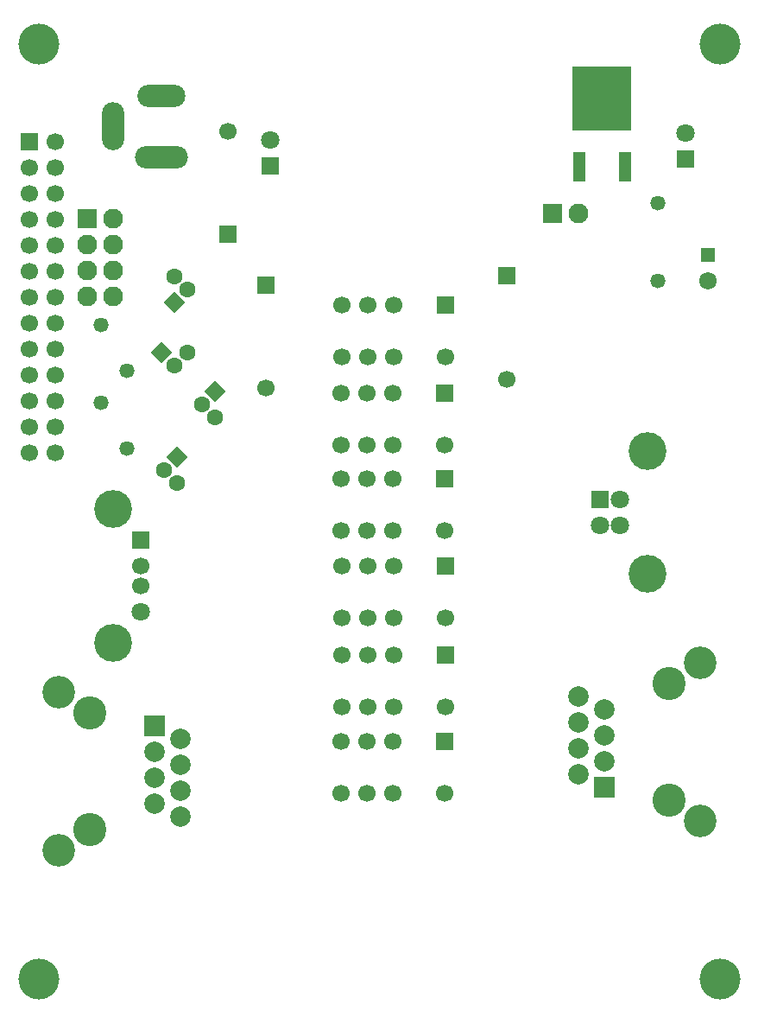
<source format=gbr>
G04 DipTrace 3.0.0.0*
G04 TopMask.gbr*
%MOIN*%
G04 #@! TF.FileFunction,Soldermask,Top*
G04 #@! TF.Part,Single*
%AMOUTLINE1*5,1,4,0,0,0.082002,-179.999998*%
%AMOUTLINE4*5,1,4,0,0,0.082002,0.0*%
%AMOUTLINE7*5,1,4,0,0,0.082002,-90.0*%
%ADD35C,0.062992*%
%ADD41R,0.070866X0.070866*%
%ADD42C,0.070866*%
%ADD55C,0.15748*%
%ADD56C,0.127953*%
%ADD66C,0.057874*%
%ADD68C,0.057874*%
%ADD70C,0.076772*%
%ADD72R,0.076772X0.076772*%
%ADD74O,0.086614X0.185039*%
%ADD76O,0.204724X0.086614*%
%ADD78O,0.185039X0.086614*%
%ADD80C,0.145669*%
%ADD83C,0.125984*%
%ADD85C,0.07874*%
%ADD86R,0.07874X0.07874*%
%ADD87R,0.057874X0.057874*%
%ADD89C,0.067874*%
%ADD91C,0.066929*%
%ADD93R,0.066929X0.066929*%
%ADD97C,0.070866*%
%ADD99R,0.226378X0.25*%
%ADD101R,0.047244X0.116142*%
%ADD107OUTLINE1*%
%ADD110OUTLINE4*%
%ADD113OUTLINE7*%
%FSLAX26Y26*%
G04*
G70*
G90*
G75*
G01*
G04 TopMask*
%LPD*%
D101*
X2620341Y3682284D3*
X2799869D3*
D99*
X2710105Y3946063D3*
D41*
X1427166Y3683071D3*
D97*
Y3783071D3*
D41*
X3033465Y3710630D3*
D97*
Y3810630D3*
D93*
X1263780Y3421260D3*
D91*
Y3818898D3*
D89*
X3118898Y3241470D3*
D87*
Y3341470D3*
D93*
X2340551Y3259843D3*
D91*
Y2862205D3*
D93*
X1413386Y3224410D3*
D91*
Y2826772D3*
D55*
X3165617Y4153544D3*
X3165355Y547507D3*
X533858Y547638D3*
X533727Y4153675D3*
D86*
X2718504Y1287402D3*
D85*
X2618504Y1337414D3*
X2718504Y1387414D3*
X2618504Y1437414D3*
X2718504Y1487414D3*
X2618504Y1537414D3*
X2718504Y1587414D3*
X2618504Y1637402D3*
D83*
X3088583Y1157481D3*
Y1767323D3*
D56*
X2968504Y1237402D3*
Y1687402D3*
D41*
X2700788Y2397638D3*
D42*
Y2299213D3*
X2779528D3*
Y2397638D3*
D80*
X2886221Y2111418D3*
Y2585433D3*
D41*
X929134Y2240158D3*
D91*
Y2141732D3*
Y2062992D3*
D42*
Y1964567D3*
D80*
X822441Y2361024D3*
Y1843701D3*
D78*
X1007874Y3954725D3*
D76*
Y3718504D3*
D74*
X822835Y3836614D3*
D72*
X720473Y3480315D3*
D70*
Y3380315D3*
Y3280315D3*
Y3180315D3*
X820473D3*
Y3280315D3*
Y3380315D3*
Y3480315D3*
D72*
X2517717Y3501969D3*
D70*
X2617717D3*
D86*
X982284Y1523622D3*
D85*
X1082284Y1473610D3*
X982284Y1423610D3*
X1082284Y1373610D3*
X982284Y1323610D3*
X1082284Y1273610D3*
X982284Y1223610D3*
X1082284Y1173622D3*
D83*
X612205Y1653544D3*
Y1043701D3*
D56*
X732284Y1573622D3*
Y1123622D3*
D93*
X2102362Y1464567D3*
D91*
X1902362D3*
X1802362D3*
X1702362D3*
Y1264567D3*
X1802362D3*
X1902362D3*
X2102362D3*
D93*
X2104331Y1799213D3*
D91*
X1904331D3*
X1804331D3*
X1704331D3*
Y1599213D3*
X1804331D3*
X1904331D3*
X2104331D3*
D93*
Y2139764D3*
D91*
X1904331D3*
X1804331D3*
X1704331D3*
Y1939764D3*
X1804331D3*
X1904331D3*
X2104331D3*
D93*
X2102362Y2476378D3*
D91*
X1902362D3*
X1802362D3*
X1702362D3*
Y2276378D3*
X1802362D3*
X1902362D3*
X2102362D3*
D93*
X2100394Y2809055D3*
D91*
X1900394D3*
X1800394D3*
X1700394D3*
Y2609055D3*
X1800394D3*
X1900394D3*
X2100394D3*
D93*
X2104331Y3147638D3*
D91*
X1904331D3*
X1804331D3*
X1704331D3*
Y2947638D3*
X1804331D3*
X1904331D3*
X2104331D3*
D35*
X1069948Y2459974D3*
X1019948Y2509974D3*
D107*
X1069948Y2559974D3*
D35*
X1058137Y3259449D3*
X1108137Y3209449D3*
D110*
X1058137Y3159449D3*
D35*
X1216273Y2713517D3*
X1166273Y2763517D3*
D107*
X1216273Y2813517D3*
D35*
X1107481Y2963649D3*
X1057481Y2913649D3*
D113*
X1007481Y2963649D3*
D68*
X2925984Y3542651D3*
D66*
Y3242651D3*
D68*
X874016Y2594488D3*
D66*
Y2894488D3*
D68*
X773622Y3070866D3*
D66*
Y2770866D3*
D93*
X500000Y3777559D3*
D91*
X600000D3*
X500000Y3677559D3*
X600000D3*
X500000Y3577559D3*
X600000D3*
X500000Y3477559D3*
X600000D3*
X500000Y3377559D3*
X600000D3*
X500000Y3277559D3*
X600000D3*
X500000Y3177559D3*
X600000D3*
X500000Y3077559D3*
X600000D3*
X500000Y2977559D3*
X600000D3*
X500000Y2877559D3*
X600000D3*
X500000Y2777559D3*
X600000D3*
X500000Y2677559D3*
X600000D3*
X500000Y2577559D3*
X600000D3*
M02*

</source>
